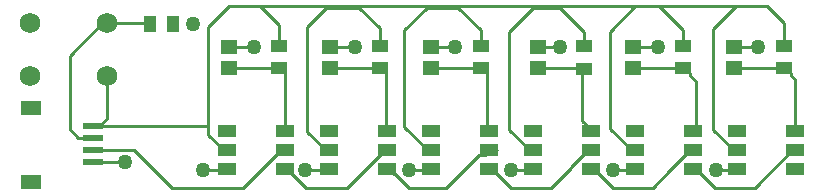
<source format=gtl>
G04*
G04 #@! TF.GenerationSoftware,Altium Limited,Altium Designer,20.0.14 (345)*
G04*
G04 Layer_Physical_Order=1*
G04 Layer_Color=255*
%FSLAX25Y25*%
%MOIN*%
G70*
G01*
G75*
%ADD11C,0.01000*%
%ADD12R,0.03937X0.05709*%
%ADD13R,0.06693X0.02362*%
%ADD14R,0.07087X0.04724*%
%ADD15R,0.05709X0.03937*%
%ADD16R,0.05709X0.04528*%
%ADD17R,0.05906X0.03937*%
%ADD26C,0.06890*%
%ADD27C,0.05000*%
D11*
X20000Y24500D02*
X22842Y21657D01*
X27669D01*
X20000Y24500D02*
Y49000D01*
X30858Y59858D02*
X32295D01*
X20000Y49000D02*
X30858Y59858D01*
X32295D02*
X46402D01*
X46760Y59500D01*
X29835Y25594D02*
X65595D01*
X27669D02*
X29835D01*
X32295Y28055D02*
Y42142D01*
X29835Y25594D02*
X32295Y28055D01*
X216500Y65500D02*
X224329Y57671D01*
X200000Y57000D02*
X208500Y65500D01*
X242000D02*
X252500D01*
X216500D02*
X242000D01*
X208500D02*
X216500D01*
X83500D02*
X208500D01*
X73000D02*
X83500D01*
X258000Y52339D02*
Y60000D01*
X252500Y65500D02*
X258000Y60000D01*
X234500Y58000D02*
X242000Y65500D01*
X234500Y24252D02*
Y58000D01*
X241252Y17500D02*
X242236D01*
X234500Y24252D02*
X241252Y17500D01*
X224329Y52339D02*
Y57671D01*
X207252Y17500D02*
X208236D01*
X200000Y24752D02*
X207252Y17500D01*
X200000Y24752D02*
Y57000D01*
X191500Y52240D02*
Y57000D01*
X183500Y65000D02*
X191500Y57000D01*
X166500D02*
X174500Y65000D01*
X183500D01*
X166500Y24252D02*
Y57000D01*
X173252Y17500D02*
X174236D01*
X166500Y24252D02*
X173252Y17500D01*
X156987Y52339D02*
Y57513D01*
X149500Y65000D02*
X156987Y57513D01*
X139000Y65000D02*
X149500D01*
X131500Y57500D02*
X139000Y65000D01*
X131500Y25252D02*
Y57500D01*
X139252Y17500D02*
X140236D01*
X131500Y25252D02*
X139252Y17500D01*
X105500Y65000D02*
X116500D01*
X123316Y52339D02*
Y58184D01*
X116500Y65000D02*
X123316Y58184D01*
X99000Y58500D02*
X105500Y65000D01*
X99000Y23752D02*
Y58500D01*
X105252Y17500D02*
X106236D01*
X99000Y23752D02*
X105252Y17500D01*
X27669Y13783D02*
X27811Y13642D01*
X38358D01*
X38500Y13500D01*
X66000Y26000D02*
Y58500D01*
Y22752D02*
Y26000D01*
X65595Y25594D02*
X66000Y26000D01*
X241355Y52043D02*
X241398Y52000D01*
X249500D01*
X207684Y52043D02*
X207727Y52000D01*
X216000D01*
X176000Y52043D02*
X176043Y52000D01*
X183500D01*
X140342Y52043D02*
X140385Y52000D01*
X148500D01*
X106671Y52043D02*
X106714Y52000D01*
X115000D01*
X73000Y52043D02*
X73043Y52000D01*
X81500D01*
X89645Y52339D02*
Y59355D01*
X83500Y65500D02*
X89645Y59355D01*
X66000Y58500D02*
X73000Y65500D01*
X71252Y17500D02*
X72236D01*
X66000Y22752D02*
X71252Y17500D01*
X260780D02*
X261764D01*
X248280Y5000D02*
X260780Y17500D01*
X234949Y5000D02*
X248280D01*
X227764Y11201D02*
X228748D01*
X234949Y5000D01*
X200949D02*
X214280D01*
X220156Y10876D01*
Y10876D01*
X226780Y17500D02*
X227764D01*
X220156Y10876D02*
X226780Y17500D01*
X193764Y11201D02*
X194748D01*
X200949Y5000D01*
X166949D02*
X180500D01*
X187113Y11613D02*
Y11833D01*
X180500Y5000D02*
X187113Y11613D01*
X192780Y17500D02*
X193764D01*
X187113Y11833D02*
X192780Y17500D01*
X159764Y11201D02*
X160748D01*
X166949Y5000D01*
X242035Y11000D02*
X242236Y11201D01*
X235500Y11000D02*
X242035D01*
X208035D02*
X208236Y11201D01*
X201000Y11000D02*
X208035D01*
X174035D02*
X174236Y11201D01*
X167000Y11000D02*
X174035D01*
X140035D02*
X140236Y11201D01*
X133000Y11000D02*
X140035D01*
X98500D02*
X105437D01*
X98843Y5000D02*
X112500D01*
X92748Y11095D02*
X98843Y5000D01*
X92748Y11095D02*
Y11701D01*
X105437Y11000D02*
X105937Y11500D01*
X106236Y11201D01*
X72035Y11000D02*
X72236Y11201D01*
X64500Y11000D02*
X72035D01*
X133080Y5000D02*
X145500D01*
X127133Y10816D02*
Y10947D01*
Y10816D02*
X128217Y9732D01*
X128348D01*
X133080Y5000D01*
X158295Y16032D02*
X159764Y17500D01*
X156532Y16032D02*
X158295D01*
X145500Y5000D02*
X156532Y16032D01*
X159000Y24563D02*
X159764Y23799D01*
X157531Y44858D02*
X159000Y43390D01*
X156987Y44858D02*
X157531D01*
X159000Y24563D02*
Y43390D01*
X123316Y44858D02*
X124031D01*
X125500Y24597D02*
Y43390D01*
X124031Y44858D02*
X125500Y43390D01*
X124779Y17500D02*
X125764D01*
X123311Y16032D02*
X124779Y17500D01*
X123311Y15811D02*
Y16032D01*
X112500Y5000D02*
X123311Y15811D01*
X27669Y17720D02*
X41280D01*
X54000Y5000D01*
X90780Y18000D02*
X91764D01*
X77780Y5000D02*
X90780Y18000D01*
X54000Y5000D02*
X77780D01*
X161279Y17500D02*
X162264D01*
X258000Y44858D02*
X258886D01*
X260354Y43390D01*
Y42504D02*
Y43390D01*
Y42504D02*
X261764Y41094D01*
Y24799D02*
Y41094D01*
X241355Y44957D02*
X257902D01*
X258000Y44858D01*
X224329D02*
X225215D01*
X226683Y43390D01*
Y42504D02*
Y43390D01*
Y42504D02*
X228764Y40423D01*
Y24299D02*
Y40423D01*
X207684Y44957D02*
X224231D01*
X224329Y44858D01*
X190658Y27421D02*
Y44858D01*
Y27421D02*
X194280Y23799D01*
X195264D01*
X176000Y44957D02*
X176098Y44858D01*
X190658D01*
X140342Y44957D02*
X156888D01*
X156987Y44858D01*
X106671Y44957D02*
X123217D01*
X123316Y44858D01*
X89645D02*
X90295D01*
X91764Y43390D01*
Y24299D02*
Y43390D01*
X73000Y44957D02*
X89547D01*
X89645Y44858D01*
D12*
X46760Y59500D02*
D03*
X54240D02*
D03*
D13*
X27669Y25594D02*
D03*
Y21657D02*
D03*
Y17720D02*
D03*
Y13783D02*
D03*
D14*
X7000Y31500D02*
D03*
Y7091D02*
D03*
D15*
X89645Y44858D02*
D03*
Y52339D02*
D03*
X156987Y44858D02*
D03*
Y52339D02*
D03*
X123316Y44858D02*
D03*
Y52339D02*
D03*
X258000Y44858D02*
D03*
Y52339D02*
D03*
X224329Y44858D02*
D03*
Y52339D02*
D03*
X191500Y44760D02*
D03*
Y52240D02*
D03*
D16*
X73000Y44957D02*
D03*
Y52043D02*
D03*
X140342Y44957D02*
D03*
Y52043D02*
D03*
X106671Y44957D02*
D03*
Y52043D02*
D03*
X241355Y44957D02*
D03*
Y52043D02*
D03*
X207684Y44957D02*
D03*
Y52043D02*
D03*
X176000Y44957D02*
D03*
Y52043D02*
D03*
D17*
X159764Y11201D02*
D03*
Y17500D02*
D03*
Y23799D02*
D03*
X140236Y11201D02*
D03*
Y23799D02*
D03*
Y17500D02*
D03*
X125764Y11201D02*
D03*
Y17500D02*
D03*
Y23799D02*
D03*
X106236Y11201D02*
D03*
Y23799D02*
D03*
Y17500D02*
D03*
X91764Y11201D02*
D03*
Y17500D02*
D03*
Y23799D02*
D03*
X72236Y11201D02*
D03*
Y23799D02*
D03*
Y17500D02*
D03*
X261764Y11201D02*
D03*
Y17500D02*
D03*
Y23799D02*
D03*
X242236Y11201D02*
D03*
Y23799D02*
D03*
Y17500D02*
D03*
X227764Y11201D02*
D03*
Y17500D02*
D03*
Y23799D02*
D03*
X208236Y11201D02*
D03*
Y23799D02*
D03*
Y17500D02*
D03*
X193764Y11201D02*
D03*
Y17500D02*
D03*
Y23799D02*
D03*
X174236Y11201D02*
D03*
Y23799D02*
D03*
Y17500D02*
D03*
D26*
X32295Y42142D02*
D03*
X6705D02*
D03*
X32295Y59858D02*
D03*
X6705D02*
D03*
D27*
X61000Y59500D02*
D03*
X38500Y13500D02*
D03*
X249500Y52000D02*
D03*
X216000D02*
D03*
X183500D02*
D03*
X148500D02*
D03*
X115000D02*
D03*
X81500D02*
D03*
X98500Y11000D02*
D03*
X235500D02*
D03*
X201000D02*
D03*
X167000D02*
D03*
X133000D02*
D03*
X64500D02*
D03*
M02*

</source>
